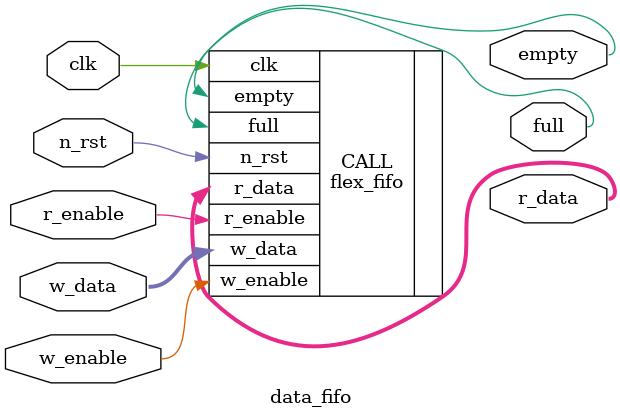
<source format=sv>

module data_fifo (
		  input wire 	   clk,
		  input wire 	   n_rst,
		  input wire 	   r_enable,
		  input wire 	   w_enable,
		  input wire [7:0] w_data,
		  output wire [7:0] r_data,
		  output wire 	   empty,
		  output wire 	   full
		  );

   flex_fifo #(8,16,6) CALL(
		       .clk(clk),
		       .n_rst(n_rst),
		       .r_enable(r_enable),
		       .w_enable(w_enable),
		       .w_data(w_data),
		       .r_data(r_data),
		       .empty(empty),
		       .full(full)
		       );
endmodule // data_fifo


</source>
